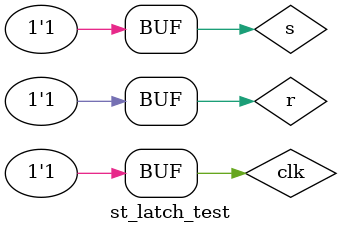
<source format=v>
module st_latch_test;
	reg clk , s, r;
wire q, qbar;
	sr_latch_gated g1(clk, s, r, q, qbar);
	initial
	begin
	#100 {s, r ,clk} = 3'b000;
	#100 {s, r ,clk} = 3'b001;
	#100 {s, r ,clk} = 3'b010;
	#100 {s, r ,clk} = 3'b011;
	#100 {s, r ,clk} = 3'b100;
	#100 {s, r ,clk} = 3'b101;
	#100 {s, r ,clk} = 3'b110;
	#100 {s, r ,clk} = 3'b111;
	#100;
	end




endmodule

</source>
